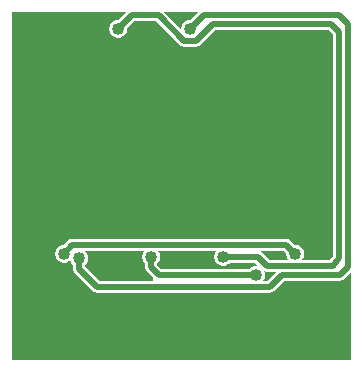
<source format=gbr>
G04 start of page 2 for group 0 idx 0 *
G04 Title: LED carrier v. 0.1, solder *
G04 Creator: pcb 1.99x *
G04 CreationDate: Sun Jun 28 01:38:54 2009 UTC *
G04 For: davidellsworth *
G04 Format: Gerber/RS-274X *
G04 PCB-Dimensions: 120000 122000 *
G04 PCB-Coordinate-Origin: lower left *
%MOIN*%
%FSLAX24Y24*%
%LNBACK*%
%ADD11C,0.0200*%
%ADD12C,0.0400*%
%ADD13C,0.2500*%
%ADD14C,0.0310*%
%ADD15C,0.1250*%
%ADD16C,0.0150*%
G54D11*G36*
X300Y11900D02*X4117D01*
X3865Y11648D01*
X3850Y11650D01*
X3797Y11645D01*
X3747Y11631D01*
X3700Y11609D01*
X3657Y11579D01*
X3620Y11542D01*
X3590Y11500D01*
X3568Y11452D01*
X3554Y11402D01*
X3550Y11350D01*
X3554Y11297D01*
X3568Y11247D01*
X3590Y11200D01*
X3620Y11157D01*
X3657Y11120D01*
X3700Y11090D01*
X3747Y11068D01*
X3797Y11054D01*
X3850Y11050D01*
X3902Y11054D01*
X3952Y11068D01*
X4000Y11090D01*
X4042Y11120D01*
X4079Y11157D01*
X4109Y11200D01*
X4131Y11247D01*
X4145Y11297D01*
X4150Y11350D01*
X4148Y11365D01*
X4382Y11600D01*
X5117D01*
X5908Y10808D01*
X5915Y10802D01*
X5921Y10796D01*
X5928Y10792D01*
X5935Y10786D01*
X5943Y10781D01*
X5950Y10776D01*
X5957Y10773D01*
X5965Y10768D01*
X5974Y10765D01*
X5981Y10762D01*
X5989Y10760D01*
X5998Y10756D01*
X6006Y10755D01*
X6015Y10753D01*
X6023Y10752D01*
X6032Y10750D01*
X6041D01*
X6050Y10750D01*
X6450D01*
X6459Y10750D01*
X6467D01*
X6475Y10752D01*
X6484Y10753D01*
X6493Y10755D01*
X6501Y10756D01*
X6510Y10760D01*
X6518Y10762D01*
X6526Y10765D01*
X6534Y10768D01*
X6541Y10772D01*
X6550Y10776D01*
X6557Y10782D01*
X6564Y10786D01*
X6571Y10791D01*
X6578Y10796D01*
X6585Y10803D01*
X6591Y10808D01*
X7082Y11300D01*
X10867D01*
X11000Y11167D01*
Y3770D01*
X10903Y3650D01*
X9972D01*
X9979Y3657D01*
X10009Y3700D01*
X10031Y3747D01*
X10045Y3797D01*
X10050Y3850D01*
X10045Y3902D01*
X10031Y3952D01*
X10009Y4000D01*
X9979Y4042D01*
X9942Y4079D01*
X9900Y4109D01*
X9852Y4131D01*
X9802Y4145D01*
X9750Y4150D01*
X9734Y4148D01*
X9591Y4291D01*
X9585Y4296D01*
X9578Y4303D01*
X9570Y4308D01*
X9564Y4313D01*
X9558Y4317D01*
X9550Y4323D01*
X9541Y4327D01*
X9534Y4331D01*
X9526Y4334D01*
X9518Y4338D01*
X9509Y4340D01*
X9501Y4343D01*
X9494Y4344D01*
X9484Y4347D01*
X9475Y4347D01*
X9467Y4349D01*
X9459D01*
X9450Y4350D01*
X2300D01*
Y4350D01*
X2299Y4350D01*
X2276Y4348D01*
X2265Y4347D01*
X2265Y4346D01*
X2264D01*
X2230Y4337D01*
X2205Y4325D01*
X2200Y4323D01*
X2199Y4323D01*
X2199Y4322D01*
X2179Y4308D01*
X2171Y4303D01*
X2171Y4303D01*
X2170Y4302D01*
X2146Y4278D01*
X2038Y4149D01*
X1997Y4145D01*
X1947Y4131D01*
X1900Y4109D01*
X1857Y4079D01*
X1820Y4042D01*
X1790Y4000D01*
X1768Y3952D01*
X1754Y3902D01*
X1750Y3850D01*
X1754Y3797D01*
X1768Y3747D01*
X1790Y3700D01*
X1820Y3657D01*
X1857Y3620D01*
X1900Y3590D01*
X1947Y3568D01*
X1997Y3554D01*
X2050Y3550D01*
X2102Y3554D01*
X2152Y3568D01*
X2200Y3590D01*
X2242Y3620D01*
X2258Y3635D01*
X2268Y3597D01*
X2290Y3550D01*
X2320Y3507D01*
X2350Y3477D01*
Y3350D01*
X2350Y3342D01*
Y3332D01*
X2352Y3323D01*
X2353Y3315D01*
X2355Y3306D01*
X2356Y3298D01*
X2359Y3289D01*
X2362Y3281D01*
X2365Y3274D01*
X2368Y3265D01*
X2373Y3257D01*
X2376Y3250D01*
X2381Y3243D01*
X2386Y3235D01*
X2392Y3228D01*
X2396Y3221D01*
X2402Y3215D01*
X2408Y3208D01*
X3008Y2608D01*
X3015Y2602D01*
X3021Y2596D01*
X3028Y2592D01*
X3035Y2586D01*
X3043Y2581D01*
X3050Y2576D01*
X3057Y2573D01*
X3065Y2568D01*
X3074Y2565D01*
X3081Y2562D01*
X3089Y2560D01*
X3098Y2556D01*
X3106Y2555D01*
X3115Y2553D01*
X3123Y2552D01*
X3132Y2550D01*
X3141D01*
X3150Y2550D01*
X8900D01*
Y2549D01*
X8910Y2550D01*
X8917D01*
X8924Y2552D01*
X8934Y2552D01*
X8944Y2555D01*
X8951Y2556D01*
X8959Y2559D01*
X8968Y2562D01*
X8977Y2566D01*
X8984Y2568D01*
X8990Y2572D01*
X9000Y2576D01*
X9008Y2582D01*
X9014Y2586D01*
X9020Y2590D01*
X9028Y2596D01*
X9035Y2603D01*
X9041Y2608D01*
X9382Y2950D01*
X11250D01*
Y2949D01*
X11260Y2950D01*
X11267D01*
X11274Y2952D01*
X11284Y2952D01*
X11294Y2955D01*
X11301Y2956D01*
X11309Y2959D01*
X11318Y2962D01*
X11327Y2966D01*
X11334Y2968D01*
X11340Y2972D01*
X11350Y2976D01*
X11358Y2982D01*
X11364Y2986D01*
X11370Y2990D01*
X11378Y2996D01*
X11385Y3004D01*
X11391Y3008D01*
X11600Y3217D01*
Y300D01*
X300D01*
Y11900D01*
G37*
G36*
X5382D02*X6517D01*
X6265Y11648D01*
X6250Y11650D01*
X6197Y11645D01*
X6147Y11631D01*
X6100Y11609D01*
X6057Y11579D01*
X6020Y11542D01*
X5990Y11500D01*
X5968Y11452D01*
X5954Y11402D01*
X5950Y11350D01*
X5951Y11331D01*
X5382Y11900D01*
G37*
G36*
X2750Y3432D02*Y3477D01*
X2779Y3507D01*
X2809Y3550D01*
X2831Y3597D01*
X2845Y3647D01*
X2850Y3700D01*
X2845Y3752D01*
X2831Y3802D01*
X2809Y3850D01*
X2779Y3892D01*
X2742Y3929D01*
X2714Y3950D01*
X4727D01*
X4720Y3942D01*
X4690Y3900D01*
X4668Y3852D01*
X4654Y3802D01*
X4650Y3750D01*
X4654Y3697D01*
X4668Y3647D01*
X4690Y3600D01*
X4720Y3557D01*
X4750Y3527D01*
Y3400D01*
X4750Y3391D01*
Y3382D01*
X4752Y3373D01*
X4753Y3365D01*
X4755Y3356D01*
X4756Y3348D01*
X4760Y3339D01*
X4762Y3331D01*
X4765Y3324D01*
X4768Y3315D01*
X4773Y3307D01*
X4776Y3300D01*
X4781Y3293D01*
X4786Y3285D01*
X4792Y3278D01*
X4796Y3271D01*
X4802Y3265D01*
X4808Y3258D01*
X5000Y3067D01*
Y2950D01*
X3232D01*
X2750Y3432D01*
G37*
G36*
X5150Y3527D02*X5179Y3557D01*
X5209Y3600D01*
X5231Y3647D01*
X5245Y3697D01*
X5250Y3750D01*
X5245Y3802D01*
X5231Y3852D01*
X5209Y3900D01*
X5179Y3942D01*
X5172Y3950D01*
X7127D01*
X7120Y3942D01*
X7090Y3900D01*
X7068Y3852D01*
X7054Y3802D01*
X7050Y3750D01*
X7054Y3697D01*
X7068Y3647D01*
X7090Y3600D01*
X7120Y3557D01*
X7157Y3520D01*
X7200Y3490D01*
X7247Y3468D01*
X7297Y3454D01*
X7350Y3450D01*
X7402Y3454D01*
X7452Y3468D01*
X7500Y3490D01*
X7542Y3520D01*
X7572Y3550D01*
X8417D01*
X8528Y3438D01*
X8502Y3445D01*
X8450Y3450D01*
X8397Y3445D01*
X8347Y3431D01*
X8300Y3409D01*
X8257Y3379D01*
X8227Y3350D01*
X5282D01*
X5150Y3482D01*
Y3527D01*
G37*
G36*
X9367Y3950D02*X9451Y3865D01*
X9450Y3850D01*
X9454Y3797D01*
X9468Y3747D01*
X9490Y3700D01*
X9520Y3657D01*
X9527Y3650D01*
X8882D01*
X8641Y3891D01*
X8634Y3897D01*
X8628Y3903D01*
X8621Y3908D01*
X8614Y3913D01*
X8606Y3918D01*
X8600Y3923D01*
X8592Y3926D01*
X8584Y3931D01*
X8575Y3934D01*
X8568Y3937D01*
X8560Y3940D01*
X8551Y3943D01*
X8542Y3944D01*
X8534Y3947D01*
X8526Y3947D01*
X8517Y3949D01*
X8508D01*
X8500Y3950D01*
X9367D01*
G37*
G36*
X8672Y2950D02*X8679Y2957D01*
X8709Y3000D01*
X8731Y3047D01*
X8745Y3097D01*
X8750Y3150D01*
X8745Y3202D01*
X8731Y3252D01*
X8726Y3264D01*
X8731Y3262D01*
X8739Y3259D01*
X8748Y3256D01*
X8756Y3255D01*
X8765Y3253D01*
X8773Y3252D01*
X8782Y3250D01*
X8791D01*
X8800Y3250D01*
X9117D01*
X8817Y2950D01*
X8672D01*
G37*
G54D11*X8500Y3750D02*X7350D01*
X8800Y3450D02*X11000D01*
X8800D02*X8500Y3750D01*
X9300Y3150D02*X11250D01*
X9300D02*X8900Y2750D01*
X2300Y4150D02*X2050Y3850D01*
X2550Y3350D02*Y3700D01*
X9750Y3850D02*X9450Y4150D01*
X2300D01*
X8450Y3150D02*X5200D01*
X4950Y3400D01*
Y3750D01*
X8900Y2750D02*X3150D01*
X2550Y3350D01*
X10950Y11500D02*X7000D01*
X6450Y10950D01*
X6050D01*
X5200Y11800D01*
X4300D01*
X6700D02*X6250Y11350D01*
X11200Y3700D02*Y11250D01*
X10950Y11500D01*
X11200Y3700D02*X11000Y3450D01*
X11500Y3400D02*X11250Y3150D01*
X11500Y3400D02*Y11500D01*
X4300Y11800D02*X3850Y11350D01*
X11500Y11500D02*X11200Y11800D01*
X6700D01*
G54D12*X8450Y3150D03*
G54D13*X10100Y1600D03*
G54D12*X7350Y3750D03*
X9750Y3850D03*
G54D14*X9510Y8579D03*
X9460Y8219D03*
X10760Y6249D03*
X10699Y5520D03*
X10649Y5880D03*
X10699Y5150D03*
X9859Y6660D03*
X9499Y6560D03*
X10249Y6760D03*
X10499Y6470D03*
X9560Y7850D03*
X9510Y8949D03*
X9800Y7500D03*
X10150Y7150D03*
X10669Y6830D03*
X9500Y7250D03*
X9750Y7000D03*
X9200D03*
X9190Y8769D03*
X9140Y8399D03*
Y8039D03*
X9050Y7339D03*
X9300Y7629D03*
X8300Y6800D03*
X8749Y6760D03*
X7350Y7000D03*
X7849Y6760D03*
X8659Y6060D03*
X8300Y6150D03*
X8499Y6470D03*
G54D11*X7099Y6250D03*
G54D14*X7929Y6060D03*
X8099Y6470D03*
X8300Y5750D03*
G54D11*X7099Y5750D03*
G54D14*X7269Y5390D03*
X7629D03*
X7929Y5700D03*
X7979Y5330D03*
X7459Y6660D03*
G54D11*X9499Y5750D03*
Y6250D03*
G54D14*X9669Y5390D03*
X9319D03*
X10029D03*
X10379Y5330D03*
X10329Y5700D03*
Y6060D03*
X8959Y5390D03*
X8609Y5330D03*
X8659Y5700D03*
X8300Y5150D03*
X9129Y6660D03*
X7099Y6560D03*
X7100Y8950D03*
Y8350D03*
Y7250D03*
Y7950D03*
X8840Y8709D03*
X8480D03*
G54D11*X8300Y8349D03*
Y7849D03*
G54D14*X7940Y7439D03*
X8300Y7539D03*
X8670Y7439D03*
X8600Y7100D03*
X8050D03*
X8130Y8709D03*
X7770D03*
X7420Y8769D03*
X7470Y8399D03*
Y8039D03*
X7300Y7629D03*
X7550Y7339D03*
X3500Y5750D03*
X3859Y5700D03*
X3500Y5150D03*
X3809Y5330D03*
X4159Y5390D03*
X4519D03*
X1759D03*
G54D12*X2550Y3700D03*
X2050Y3850D03*
G54D14*X2119Y5390D03*
X2469D03*
X3129Y6060D03*
Y5700D03*
G54D11*X2299Y5750D03*
G54D14*X3179Y5330D03*
X2829Y5390D03*
X5529Y5700D03*
X5579Y5330D03*
X5229Y5390D03*
X3500Y6150D03*
X3859Y6060D03*
X5529D03*
X5059Y6660D03*
G54D12*X4950Y3750D03*
G54D14*X4869Y5390D03*
G54D11*X4699Y5750D03*
Y6250D03*
G54D14*X6800Y7000D03*
X6729Y6660D03*
X6740Y8039D03*
X6900Y7629D03*
X6650Y7339D03*
X6919Y5390D03*
X6559D03*
X5900Y5150D03*
X6209Y5330D03*
X6259Y5700D03*
Y6060D03*
X5900Y5750D03*
X6200Y7100D03*
X5900Y6800D03*
Y6150D03*
X6349Y6760D03*
X6099Y6470D03*
X5900Y7539D03*
X6270Y7439D03*
X2380Y7269D03*
X2600Y7000D03*
X2750Y7339D03*
X3699Y6470D03*
X3949Y6760D03*
X4329Y6660D03*
X3299Y6470D03*
X3800Y7100D03*
X3870Y7439D03*
X4250Y7339D03*
X3250Y7100D03*
X3140Y7439D03*
X3500Y7539D03*
G54D11*Y7849D03*
G54D14*X2670Y8039D03*
X2299Y6560D03*
G54D11*Y6250D03*
G54D14*X2659Y6660D03*
X3049Y6760D03*
X5699Y6470D03*
X5449Y6760D03*
X5650Y7100D03*
G54D11*X5900Y7849D03*
G54D14*X5540Y7439D03*
X4700Y7950D03*
X4500Y7629D03*
X4700Y7250D03*
X5070Y8039D03*
X4900Y7629D03*
X5150Y7339D03*
X1459Y6060D03*
Y5700D03*
X1409Y5330D03*
X1089Y5520D03*
X1299Y6470D03*
X1650Y7150D03*
X1169Y6830D03*
X1929Y6660D03*
X1549Y6760D03*
X1089Y5150D03*
X1139Y5880D03*
X2000Y7500D03*
X2239Y7850D03*
X2050Y7000D03*
X1039Y6249D03*
X2500Y7629D03*
G54D13*X1600Y10600D03*
G54D14*X2300Y8949D03*
X2350Y8219D03*
X2300Y8579D03*
X2670Y8399D03*
X2620Y8769D03*
G54D12*X6250Y11350D03*
X3850D03*
G54D14*X6440Y8709D03*
X6080D03*
X5730D03*
X6790Y8769D03*
X6740Y8399D03*
G54D11*X5900Y8349D03*
G54D14*X4699Y6560D03*
X4950Y7000D03*
X4400D03*
X3500Y6800D03*
X4040Y8709D03*
X4390Y8769D03*
X4340Y8399D03*
Y8039D03*
X4700Y8950D03*
Y8350D03*
X5070Y8399D03*
X3680Y8709D03*
X2970D03*
X3330D03*
G54D11*X3500Y8349D03*
G54D14*X5370Y8709D03*
X5020Y8769D03*
G54D11*G54D15*G54D11*G54D16*G54D11*G54D16*G54D11*G54D16*G54D11*G54D16*G54D11*G54D16*G54D11*G54D16*G54D11*G54D16*G54D11*G54D16*G54D11*G54D16*G54D11*G54D15*G54D11*G54D16*G54D11*G54D16*G54D11*M02*

</source>
